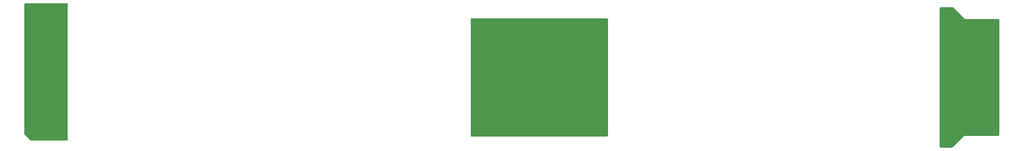
<source format=gbr>
G04 EAGLE Gerber X2 export*
%TF.Part,Single*%
%TF.FileFunction,Other,stiffener on bottom layer*%
%TF.FilePolarity,Positive*%
%TF.GenerationSoftware,Autodesk,EAGLE,9.6.2*%
%TF.CreationDate,2021-11-14T09:40:45Z*%
G75*
%MOMM*%
%FSLAX34Y34*%
%LPD*%
%INstiffener bottom*%
%AMOC8*
5,1,8,0,0,1.08239X$1,22.5*%
G01*

G36*
X789618Y-46254D02*
X789618Y-46254D01*
X789737Y-46247D01*
X789775Y-46234D01*
X789816Y-46229D01*
X789926Y-46186D01*
X790039Y-46149D01*
X790074Y-46127D01*
X790111Y-46112D01*
X790207Y-46043D01*
X790308Y-45979D01*
X790336Y-45949D01*
X790369Y-45926D01*
X790445Y-45834D01*
X790526Y-45747D01*
X790546Y-45712D01*
X790571Y-45681D01*
X790622Y-45573D01*
X790680Y-45469D01*
X790690Y-45429D01*
X790707Y-45393D01*
X790729Y-45276D01*
X790759Y-45161D01*
X790763Y-45101D01*
X790767Y-45081D01*
X790765Y-45060D01*
X790769Y-45000D01*
X790769Y105000D01*
X790754Y105118D01*
X790747Y105237D01*
X790734Y105275D01*
X790729Y105316D01*
X790686Y105426D01*
X790649Y105539D01*
X790627Y105574D01*
X790612Y105611D01*
X790543Y105707D01*
X790479Y105808D01*
X790449Y105836D01*
X790426Y105869D01*
X790334Y105945D01*
X790247Y106026D01*
X790212Y106046D01*
X790181Y106071D01*
X790073Y106122D01*
X789969Y106180D01*
X789929Y106190D01*
X789893Y106207D01*
X789776Y106229D01*
X789661Y106259D01*
X789601Y106263D01*
X789581Y106267D01*
X789560Y106265D01*
X789500Y106269D01*
X615000Y106269D01*
X614882Y106254D01*
X614763Y106247D01*
X614725Y106234D01*
X614684Y106229D01*
X614574Y106186D01*
X614461Y106149D01*
X614426Y106127D01*
X614389Y106112D01*
X614293Y106043D01*
X614192Y105979D01*
X614164Y105949D01*
X614131Y105926D01*
X614056Y105834D01*
X613974Y105747D01*
X613954Y105712D01*
X613929Y105681D01*
X613878Y105573D01*
X613820Y105469D01*
X613810Y105429D01*
X613793Y105393D01*
X613771Y105276D01*
X613741Y105161D01*
X613737Y105101D01*
X613733Y105081D01*
X613735Y105060D01*
X613731Y105000D01*
X613731Y-45000D01*
X613746Y-45118D01*
X613753Y-45237D01*
X613766Y-45275D01*
X613771Y-45316D01*
X613814Y-45426D01*
X613851Y-45539D01*
X613873Y-45574D01*
X613888Y-45611D01*
X613958Y-45707D01*
X614021Y-45808D01*
X614051Y-45836D01*
X614074Y-45869D01*
X614166Y-45945D01*
X614253Y-46026D01*
X614288Y-46046D01*
X614319Y-46071D01*
X614427Y-46122D01*
X614531Y-46180D01*
X614571Y-46190D01*
X614607Y-46207D01*
X614724Y-46229D01*
X614839Y-46259D01*
X614900Y-46263D01*
X614920Y-46267D01*
X614940Y-46265D01*
X615000Y-46269D01*
X789500Y-46269D01*
X789618Y-46254D01*
G37*
G36*
X1235098Y-60257D02*
X1235098Y-60257D01*
X1235197Y-60254D01*
X1235255Y-60237D01*
X1235316Y-60229D01*
X1235408Y-60193D01*
X1235503Y-60165D01*
X1235555Y-60135D01*
X1235611Y-60112D01*
X1235691Y-60054D01*
X1235777Y-60004D01*
X1235852Y-59938D01*
X1235869Y-59926D01*
X1235876Y-59916D01*
X1235898Y-59898D01*
X1250526Y-45269D01*
X1294000Y-45269D01*
X1294118Y-45254D01*
X1294237Y-45247D01*
X1294275Y-45234D01*
X1294316Y-45229D01*
X1294426Y-45186D01*
X1294539Y-45149D01*
X1294574Y-45127D01*
X1294611Y-45112D01*
X1294707Y-45043D01*
X1294808Y-44979D01*
X1294836Y-44949D01*
X1294869Y-44926D01*
X1294945Y-44834D01*
X1295026Y-44747D01*
X1295046Y-44712D01*
X1295071Y-44681D01*
X1295122Y-44573D01*
X1295180Y-44469D01*
X1295190Y-44429D01*
X1295207Y-44393D01*
X1295229Y-44276D01*
X1295259Y-44161D01*
X1295263Y-44101D01*
X1295267Y-44081D01*
X1295265Y-44060D01*
X1295269Y-44000D01*
X1295269Y104000D01*
X1295254Y104118D01*
X1295247Y104237D01*
X1295234Y104275D01*
X1295229Y104316D01*
X1295186Y104426D01*
X1295149Y104539D01*
X1295127Y104574D01*
X1295112Y104611D01*
X1295043Y104707D01*
X1294979Y104808D01*
X1294949Y104836D01*
X1294926Y104869D01*
X1294834Y104945D01*
X1294747Y105026D01*
X1294712Y105046D01*
X1294681Y105071D01*
X1294573Y105122D01*
X1294469Y105180D01*
X1294429Y105190D01*
X1294393Y105207D01*
X1294276Y105229D01*
X1294161Y105259D01*
X1294101Y105263D01*
X1294081Y105267D01*
X1294060Y105265D01*
X1294000Y105269D01*
X1251526Y105269D01*
X1236898Y119898D01*
X1236819Y119958D01*
X1236747Y120026D01*
X1236694Y120055D01*
X1236646Y120092D01*
X1236555Y120132D01*
X1236469Y120180D01*
X1236410Y120195D01*
X1236354Y120219D01*
X1236256Y120234D01*
X1236161Y120259D01*
X1236061Y120265D01*
X1236040Y120269D01*
X1236028Y120267D01*
X1236000Y120269D01*
X1220000Y120269D01*
X1219882Y120254D01*
X1219763Y120247D01*
X1219725Y120234D01*
X1219684Y120229D01*
X1219574Y120186D01*
X1219461Y120149D01*
X1219426Y120127D01*
X1219389Y120112D01*
X1219293Y120043D01*
X1219192Y119979D01*
X1219164Y119949D01*
X1219131Y119926D01*
X1219056Y119834D01*
X1218974Y119747D01*
X1218954Y119712D01*
X1218929Y119681D01*
X1218878Y119573D01*
X1218820Y119469D01*
X1218810Y119429D01*
X1218793Y119393D01*
X1218771Y119276D01*
X1218741Y119161D01*
X1218737Y119101D01*
X1218733Y119081D01*
X1218735Y119060D01*
X1218731Y119000D01*
X1218731Y-59000D01*
X1218746Y-59118D01*
X1218753Y-59237D01*
X1218766Y-59275D01*
X1218771Y-59316D01*
X1218814Y-59426D01*
X1218851Y-59539D01*
X1218873Y-59574D01*
X1218888Y-59611D01*
X1218958Y-59707D01*
X1219021Y-59808D01*
X1219051Y-59836D01*
X1219074Y-59869D01*
X1219166Y-59945D01*
X1219253Y-60026D01*
X1219288Y-60046D01*
X1219319Y-60071D01*
X1219427Y-60122D01*
X1219531Y-60180D01*
X1219571Y-60190D01*
X1219607Y-60207D01*
X1219724Y-60229D01*
X1219839Y-60259D01*
X1219900Y-60263D01*
X1219920Y-60267D01*
X1219940Y-60265D01*
X1220000Y-60269D01*
X1235000Y-60269D01*
X1235098Y-60257D01*
G37*
G36*
X93026Y-51520D02*
X93026Y-51520D01*
X93052Y-51522D01*
X93199Y-51500D01*
X93346Y-51483D01*
X93371Y-51475D01*
X93397Y-51471D01*
X93535Y-51416D01*
X93674Y-51366D01*
X93696Y-51352D01*
X93721Y-51342D01*
X93842Y-51257D01*
X93967Y-51177D01*
X93985Y-51158D01*
X94007Y-51143D01*
X94106Y-51033D01*
X94209Y-50926D01*
X94223Y-50904D01*
X94240Y-50884D01*
X94312Y-50754D01*
X94388Y-50627D01*
X94396Y-50602D01*
X94409Y-50579D01*
X94449Y-50436D01*
X94494Y-50295D01*
X94496Y-50269D01*
X94504Y-50244D01*
X94523Y-50000D01*
X94523Y124000D01*
X94520Y124026D01*
X94522Y124052D01*
X94500Y124199D01*
X94483Y124346D01*
X94475Y124371D01*
X94471Y124397D01*
X94416Y124535D01*
X94366Y124674D01*
X94352Y124696D01*
X94342Y124721D01*
X94257Y124842D01*
X94177Y124967D01*
X94158Y124985D01*
X94143Y125007D01*
X94033Y125106D01*
X93926Y125209D01*
X93904Y125223D01*
X93884Y125240D01*
X93754Y125312D01*
X93627Y125388D01*
X93602Y125396D01*
X93579Y125409D01*
X93436Y125449D01*
X93295Y125494D01*
X93269Y125496D01*
X93244Y125504D01*
X93000Y125523D01*
X40000Y125523D01*
X39974Y125520D01*
X39948Y125522D01*
X39801Y125500D01*
X39654Y125483D01*
X39629Y125475D01*
X39603Y125471D01*
X39465Y125416D01*
X39326Y125366D01*
X39304Y125352D01*
X39279Y125342D01*
X39158Y125257D01*
X39033Y125177D01*
X39015Y125158D01*
X38993Y125143D01*
X38894Y125033D01*
X38791Y124926D01*
X38777Y124904D01*
X38760Y124884D01*
X38688Y124754D01*
X38612Y124627D01*
X38604Y124602D01*
X38591Y124579D01*
X38551Y124436D01*
X38506Y124295D01*
X38504Y124269D01*
X38496Y124244D01*
X38477Y124000D01*
X38477Y-43000D01*
X38491Y-43126D01*
X38498Y-43252D01*
X38511Y-43298D01*
X38517Y-43346D01*
X38559Y-43465D01*
X38594Y-43587D01*
X38618Y-43629D01*
X38634Y-43674D01*
X38703Y-43781D01*
X38764Y-43891D01*
X38804Y-43937D01*
X38823Y-43967D01*
X38858Y-44001D01*
X38923Y-44077D01*
X45923Y-51077D01*
X46022Y-51156D01*
X46116Y-51240D01*
X46158Y-51264D01*
X46196Y-51294D01*
X46310Y-51348D01*
X46421Y-51409D01*
X46467Y-51422D01*
X46511Y-51443D01*
X46634Y-51469D01*
X46756Y-51504D01*
X46817Y-51509D01*
X46852Y-51516D01*
X46900Y-51515D01*
X47000Y-51523D01*
X93000Y-51523D01*
X93026Y-51520D01*
G37*
M02*

</source>
